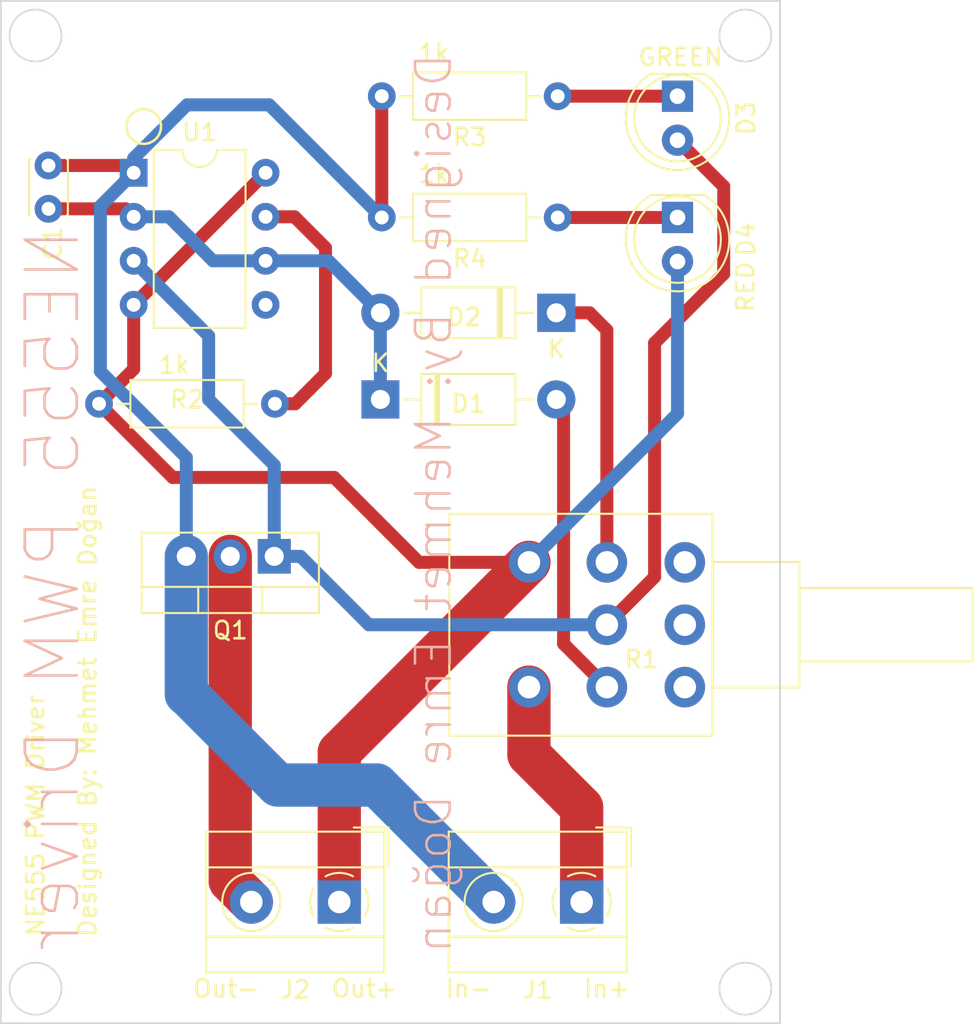
<source format=kicad_pcb>
(kicad_pcb (version 20211014) (generator pcbnew)
  (layers (0 "F.Cu" signal) (31 "B.Cu" signal) (34 "B.Paste" user) (35 "F.Paste" user) (36 "B.SilkS" user "B.Silkscreen") (37 "F.SilkS" user "F.Silkscreen") (38 "B.Mask" user) (39 "F.Mask" user) (44 "Edge.Cuts" user))
  (net 0 "")
  (net 1 "pin_2")
  (net 2 "GND")
  (net 3 "Net-(D1-Pad2)")
  (net 4 "Net-(D2-Pad1)")
  (net 5 "Net-(D3-Pad1)")
  (net 6 "OUT")
  (net 7 "Net-(D4-Pad1)")
  (net 8 "VCC")
  (net 9 "Net-(J1-Pad1)")
  (net 10 "Net-(J2-Pad2)")
  (net 11 "Net-(R2-Pad2)")
  (footprint "TerminalBlock_MetzConnect:TerminalBlock_MetzConnect_Type101_RT01602HBWC_1x02_P5.08mm_Horizontal" (layer "F.Cu") (at 186.545 120 180)
    (fp_text reference "J1" (at 2.54 -5.06) (layer "F.SilkS"))
    (fp_text value "Input")
    (fp_line (start -2.6 2) (end 7.68 2) (layer "F.SilkS") (width 0.12))
    (fp_line (start -2.6 -4.06) (end -2.6 4.06) (layer "F.SilkS") (width 0.12))
    (fp_line (start -2.6 -4.06) (end 7.68 -4.06) (layer "F.SilkS") (width 0.12))
    (fp_line (start 4.07 1.216) (end 4.011 1.274) (layer "F.SilkS") (width 0.12))
    (fp_line (start 7.68 -4.06) (end 7.68 4.06) (layer "F.SilkS") (width 0.12))
    (fp_line (start 6.15 -1.275) (end 6.091 -1.216) (layer "F.SilkS") (width 0.12))
    (fp_line (start -2.6 -2) (end 7.68 -2) (layer "F.SilkS") (width 0.12))
    (fp_line (start 3.9 0.976) (end 3.806 1.069) (layer "F.SilkS") (width 0.12))
    (fp_line (start -2.84 4.3) (end -0.84 4.3) (layer "F.SilkS") (width 0.12))
    (fp_line (start -2.6 4.06) (end 7.68 4.06) (layer "F.SilkS") (width 0.12))
    (fp_line (start 6.355 -1.069) (end 6.261 -0.976) (layer "F.SilkS") (width 0.12))
    (fp_line (start -2.84 2.06) (end -2.84 4.3) (layer "F.SilkS") (width 0.12))
    (fp_arc (start -1.483953 0.789089) (mid -1.680708 0.00005) (end -1.484 -0.789) (layer "F.SilkS") (width 0.12))
    (fp_arc (start 0.029383 1.68045) (mid -0.392304 1.634281) (end -0.789 1.484) (layer "F.SilkS") (width 0.12))
    (fp_arc (start 1.483953 -0.789089) (mid 1.680708 -0.00005) (end 1.484 0.789) (layer "F.SilkS") (width 0.12))
    (fp_arc (start -0.789089 -1.483953) (mid -0.00005 -1.680708) (end 0.789 -1.484) (layer "F.SilkS") (width 0.12))
    (fp_arc (start 0.788712 1.483352) (mid 0.406429 1.630097) (end 0 1.68) (layer "F.SilkS") (width 0.12))
    (fp_circle (center 5.08 0) (end 6.76 0) (layer "F.SilkS") (width 0.12) (fill none))
    (pad "1" thru_hole rect (at 0 0 180) (size 2.5 2.5) (drill 1.3) (layers *.Cu *.Mask) (net 9 "Net-(J1-Pad1)"))
    (pad "2" thru_hole circle (at 5.08 0 180) (size 2.5 2.5) (drill 1.3) (layers *.Cu *.Mask) (net 2 "GND"))
  )
  (footprint "LED_THT:LED_D5.0mm_Clear" (layer "F.Cu") (at 192.08 80.5 -90)
    (fp_text reference "D4" (at 1.27 -3.96 90) (layer "F.SilkS"))
    (fp_text value "RED")
    (fp_line (start -1.29 -1.545) (end -1.29 1.545) (layer "F.SilkS") (width 0.12))
    (fp_arc (start 4.26 -0.000462) (mid 2.072002 2.880433) (end -1.29 1.54483) (layer "F.SilkS") (width 0.12))
    (fp_arc (start -1.29 -1.54483) (mid 2.072002 -2.880433) (end 4.26 0.000462) (layer "F.SilkS") (width 0.12))
    (fp_circle (center 1.27 0) (end 3.77 0) (layer "F.SilkS") (width 0.12) (fill none))
    (pad "1" thru_hole rect (at 0 0 270) (size 1.8 1.8) (drill 0.9) (layers *.Cu *.Mask) (net 7 "Net-(D4-Pad1)"))
    (pad "2" thru_hole circle (at 2.54 0 270) (size 1.8 1.8) (drill 0.9) (layers *.Cu *.Mask) (net 8 "VCC"))
  )
  (footprint "Resistor_THT:R_Axial_DIN0207_L6.3mm_D2.5mm_P10.16mm_Horizontal" (layer "F.Cu") (at 158.67 91.25)
    (fp_text reference "R2" (at 5.08 -0.25) (layer "F.SilkS"))
    (fp_text value "1k")
    (fp_line (start 1.81 1.37) (end 8.35 1.37) (layer "F.SilkS") (width 0.12))
    (fp_line (start 8.35 -1.37) (end 1.81 -1.37) (layer "F.SilkS") (width 0.12))
    (fp_line (start 9.12 0) (end 8.35 0) (layer "F.SilkS") (width 0.12))
    (fp_line (start 8.35 1.37) (end 8.35 -1.37) (layer "F.SilkS") (width 0.12))
    (fp_line (start 1.81 -1.37) (end 1.81 1.37) (layer "F.SilkS") (width 0.12))
    (fp_line (start 1.04 0) (end 1.81 0) (layer "F.SilkS") (width 0.12))
    (pad "1" thru_hole circle (at 0 0) (size 1.6 1.6) (drill 0.8) (layers *.Cu *.Mask) (net 8 "VCC"))
    (pad "2" thru_hole oval (at 10.16 0) (size 1.6 1.6) (drill 0.8) (layers *.Cu *.Mask) (net 11 "Net-(R2-Pad2)"))
  )
  (footprint "Resistor_THT:R_Axial_DIN0207_L6.3mm_D2.5mm_P10.16mm_Horizontal" (layer "F.Cu") (at 185.16 80.5 180)
    (fp_text reference "R4" (at 5.08 -2.37) (layer "F.SilkS"))
    (fp_text value "1k")
    (fp_line (start 9.12 0) (end 8.35 0) (layer "F.SilkS") (width 0.12))
    (fp_line (start 1.81 -1.37) (end 1.81 1.37) (layer "F.SilkS") (width 0.12))
    (fp_line (start 1.04 0) (end 1.81 0) (layer "F.SilkS") (width 0.12))
    (fp_line (start 8.35 -1.37) (end 1.81 -1.37) (layer "F.SilkS") (width 0.12))
    (fp_line (start 8.35 1.37) (end 8.35 -1.37) (layer "F.SilkS") (width 0.12))
    (fp_line (start 1.81 1.37) (end 8.35 1.37) (layer "F.SilkS") (width 0.12))
    (pad "1" thru_hole circle (at 0 0 180) (size 1.6 1.6) (drill 0.8) (layers *.Cu *.Mask) (net 7 "Net-(D4-Pad1)"))
    (pad "2" thru_hole oval (at 10.16 0 180) (size 1.6 1.6) (drill 0.8) (layers *.Cu *.Mask) (net 2 "GND"))
  )
  (footprint "LED_THT:LED_D5.0mm_Clear" (layer "F.Cu") (at 192.08 73.5 -90)
    (fp_text reference "D3" (at 1.27 -3.96 90) (layer "F.SilkS"))
    (fp_text value "GREEN")
    (fp_line (start -1.29 -1.545) (end -1.29 1.545) (layer "F.SilkS") (width 0.12))
    (fp_arc (start 4.26 -0.000462) (mid 2.072002 2.880433) (end -1.29 1.54483) (layer "F.SilkS") (width 0.12))
    (fp_arc (start -1.29 -1.54483) (mid 2.072002 -2.880433) (end 4.26 0.000462) (layer "F.SilkS") (width 0.12))
    (fp_circle (center 1.27 0) (end 3.77 0) (layer "F.SilkS") (width 0.12) (fill none))
    (pad "1" thru_hole rect (at 0 0 270) (size 1.8 1.8) (drill 0.9) (layers *.Cu *.Mask) (net 5 "Net-(D3-Pad1)"))
    (pad "2" thru_hole circle (at 2.54 0 270) (size 1.8 1.8) (drill 0.9) (layers *.Cu *.Mask) (net 6 "OUT"))
  )
  (footprint "Diode_THT:D_DO-41_SOD81_P10.16mm_Horizontal" (layer "F.Cu") (at 174.92 91)
    (fp_text reference "D1" (at 5.08 0.25) (layer "F.SilkS"))
    (fp_text value "1N4007")
    (fp_text user "K" (at 0 -2.1) (layer "F.SilkS"))
    (fp_line (start 8.82 0) (end 7.8 0) (layer "F.SilkS") (width 0.12))
    (fp_line (start 7.8 1.47) (end 7.8 -1.47) (layer "F.SilkS") (width 0.12))
    (fp_line (start 3.38 -1.47) (end 3.38 1.47) (layer "F.SilkS") (width 0.12))
    (fp_line (start 7.8 -1.47) (end 2.36 -1.47) (layer "F.SilkS") (width 0.12))
    (fp_line (start 2.36 1.47) (end 7.8 1.47) (layer "F.SilkS") (width 0.12))
    (fp_line (start 2.36 -1.47) (end 2.36 1.47) (layer "F.SilkS") (width 0.12))
    (fp_line (start 3.26 -1.47) (end 3.26 1.47) (layer "F.SilkS") (width 0.12))
    (fp_line (start 1.34 0) (end 2.36 0) (layer "F.SilkS") (width 0.12))
    (fp_line (start 3.14 -1.47) (end 3.14 1.47) (layer "F.SilkS") (width 0.12))
    (pad "1" thru_hole rect (at 0 0) (size 2.2 2.2) (drill 1.1) (layers *.Cu *.Mask) (net 1 "pin_2"))
    (pad "2" thru_hole oval (at 10.16 0) (size 2.2 2.2) (drill 1.1) (layers *.Cu *.Mask) (net 3 "Net-(D1-Pad2)"))
  )
  (footprint "Package_DIP:DIP-8_W7.62mm" (layer "F.Cu") (at 160.67 77.92)
    (fp_text reference "U1" (at 3.81 -2.33) (layer "F.SilkS"))
    (fp_text value "NE555P")
    (fp_line (start 6.46 8.95) (end 6.46 -1.33) (layer "F.SilkS") (width 0.12))
    (fp_line (start 1.16 -1.33) (end 1.16 8.95) (layer "F.SilkS") (width 0.12))
    (fp_line (start 6.46 -1.33) (end 4.81 -1.33) (layer "F.SilkS") (width 0.12))
    (fp_line (start 2.81 -1.33) (end 1.16 -1.33) (layer "F.SilkS") (width 0.12))
    (fp_line (start 1.16 8.95) (end 6.46 8.95) (layer "F.SilkS") (width 0.12))
    (fp_arc (start 4.81 -1.33) (mid 3.81 -0.33) (end 2.81 -1.33) (layer "F.SilkS") (width 0.12))
    (pad "1" thru_hole rect (at 0 0) (size 1.6 1.6) (drill 0.8) (layers *.Cu *.Mask) (net 2 "GND"))
    (pad "2" thru_hole oval (at 0 2.54) (size 1.6 1.6) (drill 0.8) (layers *.Cu *.Mask) (net 1 "pin_2"))
    (pad "3" thru_hole oval (at 0 5.08) (size 1.6 1.6) (drill 0.8) (layers *.Cu *.Mask) (net 6 "OUT"))
    (pad "4" thru_hole oval (at 0 7.62) (size 1.6 1.6) (drill 0.8) (layers *.Cu *.Mask) (net 8 "VCC"))
    (pad "5" thru_hole oval (at 7.62 7.62) (size 1.6 1.6) (drill 0.8) (layers *.Cu *.Mask))
    (pad "6" thru_hole oval (at 7.62 5.08) (size 1.6 1.6) (drill 0.8) (layers *.Cu *.Mask) (net 1 "pin_2"))
    (pad "7" thru_hole oval (at 7.62 2.54) (size 1.6 1.6) (drill 0.8) (layers *.Cu *.Mask) (net 11 "Net-(R2-Pad2)"))
    (pad "8" thru_hole oval (at 7.62 0) (size 1.6 1.6) (drill 0.8) (layers *.Cu *.Mask) (net 8 "VCC"))
  )
  (footprint "Package_TO_SOT_THT:TO-220-3_Vertical" (layer "F.Cu") (at 168.79 100.055 180)
    (fp_text reference "Q1" (at 2.54 -4.27) (layer "F.SilkS"))
    (fp_text value "IRFZ44N")
    (fp_line (start -2.58 -3.27) (end -2.58 1.371) (layer "F.SilkS") (width 0.12))
    (fp_line (start 4.391 -3.27) (end 4.391 -1.76) (layer "F.SilkS") (width 0.12))
    (fp_line (start -2.58 1.371) (end 7.66 1.371) (layer "F.SilkS") (width 0.12))
    (fp_line (start 7.66 -3.27) (end 7.66 1.371) (layer "F.SilkS") (width 0.12))
    (fp_line (start -2.58 -3.27) (end 7.66 -3.27) (layer "F.SilkS") (width 0.12))
    (fp_line (start -2.58 -1.76) (end 7.66 -1.76) (layer "F.SilkS") (width 0.12))
    (fp_line (start 0.69 -3.27) (end 0.69 -1.76) (layer "F.SilkS") (width 0.12))
    (pad "1" thru_hole rect (at 0 0 180) (size 1.905 2) (drill 1.1) (layers *.Cu *.Mask) (net 6 "OUT"))
    (pad "2" thru_hole oval (at 2.54 0 180) (size 1.905 2) (drill 1.1) (layers *.Cu *.Mask) (net 10 "Net-(J2-Pad2)"))
    (pad "3" thru_hole oval (at 5.08 0 180) (size 1.905 2) (drill 1.1) (layers *.Cu *.Mask) (net 2 "GND"))
  )
  (footprint "stereo_pot_with_switch:stereo_pot_with_switch" (layer "F.Cu") (at 186.5 104)
    (fp_text reference "R1" (at 3.5 2 unlocked) (layer "F.SilkS"))
    (fp_text value "switched_stereo_pot (50k)")
    (fp_line (start 7.621 -3.62) (end 12.621 -3.62) (layer "F.SilkS") (width 0.12))
    (fp_line (start 12.621 -3.62) (end 12.621 3.62) (layer "F.SilkS") (width 0.12))
    (fp_line (start -7.6 -6.4) (end -7.6 6.4) (layer "F.SilkS") (width 0.12))
    (fp_line (start 7.6 -6.4) (end 7.6 6.4) (layer "F.SilkS") (width 0.12))
    (fp_line (start -7.6 -6.4) (end 7.6 -6.4) (layer "F.SilkS") (width 0.12))
    (fp_line (start 12.621 -2.12) (end 22.62 -2.12) (layer "F.SilkS") (width 0.12))
    (fp_line (start 12.621 2.12) (end 22.62 2.12) (layer "F.SilkS") (width 0.12))
    (fp_line (start 12.621 -2.12) (end 12.621 2.12) (layer "F.SilkS") (width 0.12))
    (fp_line (start 7.621 -3.62) (end 7.621 3.62) (layer "F.SilkS") (width 0.12))
    (fp_line (start 22.62 -2.12) (end 22.62 2.12) (layer "F.SilkS") (width 0.12))
    (fp_line (start -7.6 6.4) (end 7.6 6.4) (layer "F.SilkS") (width 0.12))
    (fp_line (start 7.621 3.62) (end 12.621 3.62) (layer "F.SilkS") (width 0.12))
    (pad "1" thru_hole circle (at 6 3.6) (size 2.34 2.34) (drill 1.3) (layers *.Cu *.Mask))
    (pad "2" thru_hole circle (at 6 0) (size 2.34 2.34) (drill 1.3) (layers *.Cu *.Mask))
    (pad "3" thru_hole circle (at 6 -3.6) (size 2.34 2.34) (drill 1.3) (layers *.Cu *.Mask))
    (pad "4" thru_hole circle (at 1.5 3.6) (size 2.34 2.34) (drill 1.3) (layers *.Cu *.Mask) (net 3 "Net-(D1-Pad2)"))
    (pad "5" thru_hole circle (at 1.5 0) (size 2.34 2.34) (drill 1.3) (layers *.Cu *.Mask) (net 6 "OUT"))
    (pad "6" thru_hole circle (at 1.5 -3.6) (size 2.34 2.34) (drill 1.3) (layers *.Cu *.Mask) (net 4 "Net-(D2-Pad1)"))
    (pad "7" thru_hole circle (at -3 3.6) (size 2.34 2.34) (drill 1.3) (layers *.Cu *.Mask) (net 9 "Net-(J1-Pad1)"))
    (pad "8" thru_hole circle (at -3 -3.6) (size 2.34 2.34) (drill 1.3) (layers *.Cu *.Mask) (net 8 "VCC"))
  )
  (footprint "Capacitor_THT:C_Disc_D3.0mm_W2.0mm_P2.50mm" (layer "F.Cu") (at 155.75 80 90)
    (fp_text reference "C1" (at -2 0.25 90) (layer "F.SilkS"))
    (fp_text value "100nF")
    (fp_line (start 2.87 1.055) (end 2.87 1.12) (layer "F.SilkS") (width 0.12))
    (fp_line (start -0.37 1.12) (end 2.87 1.12) (layer "F.SilkS") (width 0.12))
    (fp_line (start -0.37 1.055) (end -0.37 1.12) (layer "F.SilkS") (width 0.12))
    (fp_line (start -0.37 -1.12) (end 2.87 -1.12) (layer "F.SilkS") (width 0.12))
    (fp_line (start 2.87 -1.12) (end 2.87 -1.055) (layer "F.SilkS") (width 0.12))
    (fp_line (start -0.37 -1.12) (end -0.37 -1.055) (layer "F.SilkS") (width 0.12))
    (pad "1" thru_hole circle (at 0 0 90) (size 1.6 1.6) (drill 0.8) (layers *.Cu *.Mask) (net 1 "pin_2"))
    (pad "2" thru_hole circle (at 2.5 0 90) (size 1.6 1.6) (drill 0.8) (layers *.Cu *.Mask) (net 2 "GND"))
  )
  (footprint "TerminalBlock_MetzConnect:TerminalBlock_MetzConnect_Type101_RT01602HBWC_1x02_P5.08mm_Horizontal" (layer "F.Cu") (at 172.545 120 180)
    (fp_text reference "J2" (at 2.54 -5.06) (layer "F.SilkS"))
    (fp_text value "Output")
    (fp_line (start 7.68 -4.06) (end 7.68 4.06) (layer "F.SilkS") (width 0.12))
    (fp_line (start -2.6 -4.06) (end 7.68 -4.06) (layer "F.SilkS") (width 0.12))
    (fp_line (start -2.6 2) (end 7.68 2) (layer "F.SilkS") (width 0.12))
    (fp_line (start -2.6 -2) (end 7.68 -2) (layer "F.SilkS") (width 0.12))
    (fp_line (start 6.355 -1.069) (end 6.261 -0.976) (layer "F.SilkS") (width 0.12))
    (fp_line (start 3.9 0.976) (end 3.806 1.069) (layer "F.SilkS") (width 0.12))
    (fp_line (start 4.07 1.216) (end 4.011 1.274) (layer "F.SilkS") (width 0.12))
    (fp_line (start -2.84 2.06) (end -2.84 4.3) (layer "F.SilkS") (width 0.12))
    (fp_line (start -2.6 -4.06) (end -2.6 4.06) (layer "F.SilkS") (width 0.12))
    (fp_line (start 6.15 -1.275) (end 6.091 -1.216) (layer "F.SilkS") (width 0.12))
    (fp_line (start -2.84 4.3) (end -0.84 4.3) (layer "F.SilkS") (width 0.12))
    (fp_line (start -2.6 4.06) (end 7.68 4.06) (layer "F.SilkS") (width 0.12))
    (fp_arc (start 0.029383 1.68045) (mid -0.392304 1.634281) (end -0.789 1.484) (layer "F.SilkS") (width 0.12))
    (fp_arc (start 1.483953 -0.789089) (mid 1.680708 -0.00005) (end 1.484 0.789) (layer "F.SilkS") (width 0.12))
    (fp_arc (start 0.788712 1.483352) (mid 0.406429 1.630097) (end 0 1.68) (layer "F.SilkS") (width 0.12))
    (fp_arc (start -1.483953 0.789089) (mid -1.680708 0.00005) (end -1.484 -0.789) (layer "F.SilkS") (width 0.12))
    (fp_arc (start -0.789089 -1.483953) (mid -0.00005 -1.680708) (end 0.789 -1.484) (layer "F.SilkS") (width 0.12))
    (fp_circle (center 5.08 0) (end 6.76 0) (layer "F.SilkS") (width 0.12) (fill none))
    (pad "1" thru_hole rect (at 0 0 180) (size 2.5 2.5) (drill 1.3) (layers *.Cu *.Mask) (net 8 "VCC"))
    (pad "2" thru_hole circle (at 5.08 0 180) (size 2.5 2.5) (drill 1.3) (layers *.Cu *.Mask) (net 10 "Net-(J2-Pad2)"))
  )
  (footprint "Diode_THT:D_DO-41_SOD81_P10.16mm_Horizontal" (layer "F.Cu") (at 185.08 86 180)
    (fp_text reference "D2" (at 5.33 -0.25) (layer "F.SilkS"))
    (fp_text value "1N4007")
    (fp_text user "K" (at 0 -2.1) (layer "F.SilkS"))
    (fp_line (start 2.36 -1.47) (end 2.36 1.47) (layer "F.SilkS") (width 0.12))
    (fp_line (start 7.8 1.47) (end 7.8 -1.47) (layer "F.SilkS") (width 0.12))
    (fp_line (start 1.34 0) (end 2.36 0) (layer "F.SilkS") (width 0.12))
    (fp_line (start 3.14 -1.47) (end 3.14 1.47) (layer "F.SilkS") (width 0.12))
    (fp_line (start 2.36 1.47) (end 7.8 1.47) (layer "F.SilkS") (width 0.12))
    (fp_line (start 3.26 -1.47) (end 3.26 1.47) (layer "F.SilkS") (width 0.12))
    (fp_line (start 8.82 0) (end 7.8 0) (layer "F.SilkS") (width 0.12))
    (fp_line (start 7.8 -1.47) (end 2.36 -1.47) (layer "F.SilkS") (width 0.12))
    (fp_line (start 3.38 -1.47) (end 3.38 1.47) (layer "F.SilkS") (width 0.12))
    (pad "1" thru_hole rect (at 0 0 180) (size 2.2 2.2) (drill 1.1) (layers *.Cu *.Mask) (net 4 "Net-(D2-Pad1)"))
    (pad "2" thru_hole oval (at 10.16 0 180) (size 2.2 2.2) (drill 1.1) (layers *.Cu *.Mask) (net 1 "pin_2"))
  )
  (footprint "Resistor_THT:R_Axial_DIN0207_L6.3mm_D2.5mm_P10.16mm_Horizontal" (layer "F.Cu") (at 185.16 73.5 180)
    (fp_text reference "R3" (at 5.08 -2.37) (layer "F.SilkS"))
    (fp_text value "1k")
    (fp_line (start 8.35 1.37) (end 8.35 -1.37) (layer "F.SilkS") (width 0.12))
    (fp_line (start 1.81 1.37) (end 8.35 1.37) (layer "F.SilkS") (width 0.12))
    (fp_line (start 9.12 0) (end 8.35 0) (layer "F.SilkS") (width 0.12))
    (fp_line (start 1.81 -1.37) (end 1.81 1.37) (layer "F.SilkS") (width 0.12))
    (fp_line (start 8.35 -1.37) (end 1.81 -1.37) (layer "F.SilkS") (width 0.12))
    (fp_line (start 1.04 0) (end 1.81 0) (layer "F.SilkS") (width 0.12))
    (pad "1" thru_hole circle (at 0 0 180) (size 1.6 1.6) (drill 0.8) (layers *.Cu *.Mask) (net 5 "Net-(D3-Pad1)"))
    (pad "2" thru_hole oval (at 10.16 0 180) (size 1.6 1.6) (drill 0.8) (layers *.Cu *.Mask) (net 2 "GND"))
  )
  (gr_circle (center 161.25 75.25) (end 162.25 75.25) (layer "F.SilkS") (width 0.15) (fill none))
  (gr_rect (start 153 68) (end 198 127) (layer "Edge.Cuts") (width 0.1) (fill none))
  (gr_circle (center 196 125) (end 197.5 125) (layer "Edge.Cuts") (width 0.1) (fill none))
  (gr_circle (center 196 70) (end 197.5 70) (layer "Edge.Cuts") (width 0.1) (fill none))
  (gr_circle (center 155 125) (end 156.5 125) (layer "Edge.Cuts") (width 0.1) (fill none))
  (gr_circle (center 155 70) (end 156.5 70) (layer "Edge.Cuts") (width 0.1) (fill none))
  (gr_text "Designed By: Mehmet Emre Doğan\n" (at 178 97 90) (layer "B.SilkS") (effects (font (size 2 2)) (justify mirror)))
  (gr_text "NE555 PWM Driver" (at 156 102 90) (layer "B.SilkS") (effects (font (size 3 3)) (justify mirror)))
  (gr_text "1k\n" (at 178 71) (layer "F.SilkS") (effects (font (size 1 1))))
  (gr_text "NE555 PWM Driver" (at 155 115 90) (layer "F.SilkS") (effects (font (size 1 1))))
  (gr_text "Out+\n" (at 174 125) (layer "F.SilkS") (effects (font (size 1 1))))
  (gr_text "In-\n" (at 180 125) (layer "F.SilkS") (effects (font (size 1 1))))
  (gr_text "1k\n" (at 163 89) (layer "F.SilkS") (effects (font (size 1 1))))
  (gr_text "GREEN\n" (at 192.25 71.25) (layer "F.SilkS") (effects (font (size 1 1))))
  (gr_text "Designed By: Mehmet Emre Doğan\n" (at 158 109 90) (layer "F.SilkS") (effects (font (size 1 1))))
  (gr_text "Out-\n" (at 166 125) (layer "F.SilkS") (effects (font (size 1 1))))
  (gr_text "RED\n" (at 196 84.5 90) (layer "F.SilkS") (effects (font (size 1 1))))
  (gr_text "In+\n" (at 188 125) (layer "F.SilkS") (effects (font (size 1 1))))
  (gr_text "1k\n" (at 178 78) (layer "F.SilkS") (effects (font (size 1 1))))
  (segment (start 155.75 80) (end 160.21 80) (width 0.75) (layer "F.Cu") (net 1))
  (segment (start 160.21 80) (end 160.67 80.46) (width 0.75) (layer "F.Cu") (net 1))
  (segment (start 165.25 83) (end 168.29 83) (width 0.75) (layer "B.Cu") (net 1))
  (segment (start 171.92 83) (end 174.92 86) (width 0.75) (layer "B.Cu") (net 1))
  (segment (start 168.29 83) (end 171.92 83) (width 0.75) (layer "B.Cu") (net 1))
  (segment (start 174.92 86) (end 174.92 91) (width 0.75) (layer "B.Cu") (net 1))
  (segment (start 160.67 80.46) (end 162.71 80.46) (width 0.75) (layer "B.Cu") (net 1))
  (segment (start 162.71 80.46) (end 165.25 83) (width 0.75) (layer "B.Cu") (net 1))
  (segment (start 160.25 77.5) (end 160.67 77.92) (width 0.75) (layer "F.Cu") (net 2))
  (segment (start 155.75 77.5) (end 160.25 77.5) (width 0.75) (layer "F.Cu") (net 2))
  (segment (start 175 73.5) (end 175 80.5) (width 0.75) (layer "F.Cu") (net 2))
  (segment (start 163.71 94.346147) (end 158.75 89.386147) (width 0.75) (layer "B.Cu") (net 2))
  (segment (start 169 113.25) (end 163.71 107.96) (width 2.5) (layer "B.Cu") (net 2))
  (segment (start 160.67 77.92) (end 160.67 77.08) (width 0.75) (layer "B.Cu") (net 2))
  (segment (start 163.71 108) (end 163.71 100.055) (width 2.5) (layer "B.Cu") (net 2))
  (segment (start 174.715 113.25) (end 169 113.25) (width 2.5) (layer "B.Cu") (net 2))
  (segment (start 163.75 74) (end 168.5 74) (width 0.75) (layer "B.Cu") (net 2))
  (segment (start 163.71 100.055) (end 163.71 94.346147) (width 0.75) (layer "B.Cu") (net 2))
  (segment (start 160.67 77.08) (end 163.75 74) (width 0.75) (layer "B.Cu") (net 2))
  (segment (start 158.75 89.386147) (end 158.75 79.84) (width 0.75) (layer "B.Cu") (net 2))
  (segment (start 181.465 120) (end 174.715 113.25) (width 2.5) (layer "B.Cu") (net 2))
  (segment (start 158.75 79.84) (end 160.67 77.92) (width 0.75) (layer "B.Cu") (net 2))
  (segment (start 168.5 74) (end 175 80.5) (width 0.75) (layer "B.Cu") (net 2))
  (segment (start 185.5 91.42) (end 185.5 105.1) (width 0.75) (layer "F.Cu") (net 3))
  (segment (start 185.08 91) (end 185.5 91.42) (width 0.75) (layer "F.Cu") (net 3))
  (segment (start 185.5 105.1) (end 188 107.6) (width 0.75) (layer "F.Cu") (net 3))
  (segment (start 188 87) (end 188 100.4) (width 0.75) (layer "F.Cu") (net 4))
  (segment (start 187 86) (end 188 87) (width 0.75) (layer "F.Cu") (net 4))
  (segment (start 185.08 86) (end 187 86) (width 0.75) (layer "F.Cu") (net 4))
  (segment (start 185.16 73.5) (end 192.08 73.5) (width 0.75) (layer "F.Cu") (net 5))
  (segment (start 188 104) (end 190.755489 101.244511) (width 0.75) (layer "F.Cu") (net 6))
  (segment (start 194.75 78.71) (end 192.08 76.04) (width 0.75) (layer "F.Cu") (net 6))
  (segment (start 194.75 83.75) (end 194.75 78.71) (width 0.75) (layer "F.Cu") (net 6))
  (segment (start 190.755489 87.744511) (end 194.75 83.75) (width 0.75) (layer "F.Cu") (net 6))
  (segment (start 190.755489 101.244511) (end 190.755489 87.744511) (width 0.75) (layer "F.Cu") (net 6))
  (segment (start 168.79 100.055) (end 170.305 100.055) (width 0.75) (layer "B.Cu") (net 6))
  (segment (start 170.305 100.055) (end 174.25 104) (width 0.75) (layer "B.Cu") (net 6))
  (segment (start 160.67 83) (end 165 87.33) (width 0.75) (layer "B.Cu") (net 6))
  (segment (start 165 91) (end 168.79 94.79) (width 0.75) (layer "B.Cu") (net 6))
  (segment (start 168.79 94.79) (end 168.79 100.055) (width 0.75) (layer "B.Cu") (net 6))
  (segment (start 174.25 104) (end 188 104) (width 0.75) (layer "B.Cu") (net 6))
  (segment (start 165 87.33) (end 165 91) (width 0.75) (layer "B.Cu") (net 6))
  (segment (start 185.16 80.5) (end 192.08 80.5) (width 0.75) (layer "F.Cu") (net 7))
  (segment (start 160.67 85.54) (end 168.29 77.92) (width 0.75) (layer "F.Cu") (net 8))
  (segment (start 177.15 100.4) (end 183.5 100.4) (width 0.75) (layer "F.Cu") (net 8))
  (segment (start 160.67 89.25) (end 158.67 91.25) (width 0.75) (layer "F.Cu") (net 8))
  (segment (start 162.92 95.5) (end 158.67 91.25) (width 0.75) (layer "F.Cu") (net 8))
  (segment (start 172.25 95.5) (end 162.92 95.5) (width 0.75) (layer "F.Cu") (net 8))
  (segment (start 172.545 111.355) (end 172.545 120) (width 2.5) (layer "F.Cu") (net 8))
  (segment (start 172.25 95.5) (end 177.15 100.4) (width 0.75) (layer "F.Cu") (net 8))
  (segment (start 160.67 85.54) (end 160.67 89.25) (width 0.75) (layer "F.Cu") (net 8))
  (segment (start 183.5 100.4) (end 172.545 111.355) (width 2.5) (layer "F.Cu") (net 8))
  (segment (start 192.08 91.82) (end 192.08 83.04) (width 0.75) (layer "B.Cu") (net 8))
  (segment (start 183.5 100.4) (end 192.08 91.82) (width 0.75) (layer "B.Cu") (net 8))
  (segment (start 183.5 111.5) (end 186.545 114.545) (width 2.5) (layer "F.Cu") (net 9))
  (segment (start 186.545 114.545) (end 186.545 120) (width 2.5) (layer "F.Cu") (net 9))
  (segment (start 183.5 107.6) (end 183.5 111.5) (width 2.5) (layer "F.Cu") (net 9))
  (segment (start 166.25 100.055) (end 166.25 118.785) (width 2.5) (layer "F.Cu") (net 10))
  (segment (start 166.25 118.785) (end 167.465 120) (width 2.5) (layer "F.Cu") (net 10))
  (segment (start 170 91.25) (end 168.83 91.25) (width 0.75) (layer "F.Cu") (net 11))
  (segment (start 168.29 80.46) (end 169.96 80.46) (width 0.75) (layer "F.Cu") (net 11))
  (segment (start 171.75 82.25) (end 171.75 89.5) (width 0.75) (layer "F.Cu") (net 11))
  (segment (start 169.96 80.46) (end 171.75 82.25) (width 0.75) (layer "F.Cu") (net 11))
  (segment (start 171.75 89.5) (end 170 91.25) (width 0.75) (layer "F.Cu") (net 11))
)
</source>
